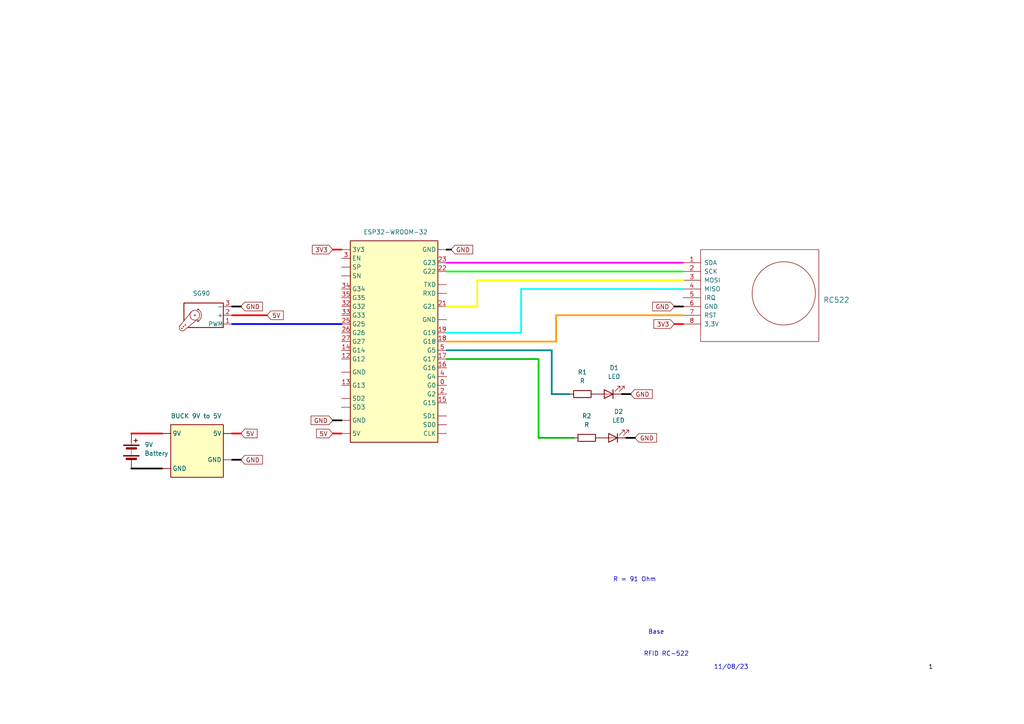
<source format=kicad_sch>
(kicad_sch (version 20230121) (generator eeschema)
  (paper "A4")
  (lib_symbols
    (symbol "Device:Battery" (pin_numbers hide) (pin_names (offset 0) hide)
      (property "Reference" "9V" (at 3.81 1.8415 0))
      (property "Value" "Battery" (at 3.81 -0.6985 0))
      (symbol "Battery_0_1"
        (rectangle (start -2.286 -1.27) (end 2.286 -1.524) (fill (type outline)))
        (rectangle (start -2.286 1.778) (end 2.286 1.524) (fill (type outline)))
        (rectangle (start -1.524 -2.032) (end 1.524 -2.54) (fill (type outline)))
        (rectangle (start -1.524 1.016) (end 1.524 0.508) (fill (type outline)))
        (polyline (pts (xy 0 -1.016) (xy 0 -0.762)))
        (polyline (pts (xy 0 -0.508) (xy 0 -0.254)))
        (polyline (pts (xy 0 0) (xy 0 0.254)))
        (polyline (pts (xy 0 1.778) (xy 0 2.54)))
        (polyline (pts (xy 0.762 3.048) (xy 1.778 3.048)) (stroke (width 0.254)))
        (polyline (pts (xy 1.27 3.556) (xy 1.27 2.54)) (stroke (width 0.254)))
      )
      (symbol "Battery_1_1"
        (pin passive line (at 0 5.08 270) (length 2.54) (name "+") (number "1"))
        (pin passive line (at 0 -5.08 90) (length 2.54) (name "-") (number "2"))
      )
    )
    (symbol "Device:LED" (pin_numbers hide) (pin_names (offset 1.016) hide)
      (property "Reference" "D" (at 0 2.54 0))
      (property "Value" "LED" (at 0 -2.54 0))
      (symbol "LED_0_1"
        (polyline (pts (xy -1.27 -1.27) (xy -1.27 1.27)) (stroke (width 0.254)))
        (polyline (pts (xy -1.27 0) (xy 1.27 0)))
        (polyline (pts (xy 1.27 -1.27) (xy 1.27 1.27) (xy -1.27 0) (xy 1.27 -1.27)) (stroke (width 0.254)))
        (polyline (pts (xy -3.048 -0.762) (xy -4.572 -2.286) (xy -3.81 -2.286) (xy -4.572 -2.286) (xy -4.572 -1.524)))
        (polyline (pts (xy -1.778 -0.762) (xy -3.302 -2.286) (xy -2.54 -2.286) (xy -3.302 -2.286) (xy -3.302 -1.524)))
      )
      (symbol "LED_1_1"
        (pin passive line (at -3.81 0 0) (length 2.54) (name "K") (number "1"))
        (pin passive line (at 3.81 0 180) (length 2.54) (name "A") (number "2"))
      )
    )
    (symbol "Device:R" (pin_numbers hide) (pin_names (offset 0))
      (property "Reference" "R" (at 2.032 0 90))
      (property "Value" "R" (at 0 0 90))
      (symbol "R_0_1"
        (rectangle (start -1.016 -2.54) (end 1.016 2.54) (stroke (width 0.254)))
      )
      (symbol "R_1_1"
        (pin passive line (at 0 3.81 270) (length 1.27) (name "~") (number "1"))
        (pin passive line (at 0 -3.81 90) (length 1.27) (name "~") (number "2"))
      )
    )
    (symbol "Driver_LED:HV9967BK7-G"
      (property "Reference" "U3" (at 2.1941 12.7 0))
      (property "Value" "BUCK 9V to 5V" (at 2.1941 10.16 0))
      (symbol "HV9967BK7-G_0_1"
        (rectangle (start -7.62 7.62) (end 7.62 -7.62) (stroke (width 0.254)) (fill (type background)))
      )
      (symbol "HV9967BK7-G_1_1"
        (pin power_out line (at 10.16 5.08 180) (length 2.54) (name "5V") (number ""))
        (pin power_in line (at -10.16 5.08 0) (length 2.54) (name "9V") (number ""))
        (pin bidirectional line (at -10.16 -5.08 0) (length 2.54) (name "GND") (number ""))
        (pin bidirectional line (at 10.16 -2.54 180) (length 2.54) (name "GND") (number ""))
      )
    )
    (symbol "Motor:Motor_Servo" (pin_names (offset 0.0254))
      (property "Reference" "M" (at -5.08 4.445 0))
      (property "Value" "Motor_Servo" (at -5.08 -4.064 0))
      (symbol "Motor_Servo_0_1"
        (polyline (pts (xy 2.413 -1.778) (xy 2.032 -1.778)))
        (polyline (pts (xy 2.413 -1.778) (xy 2.286 -1.397)))
        (polyline (pts (xy 2.413 1.778) (xy 1.905 1.778)))
        (polyline (pts (xy 2.413 1.778) (xy 2.286 1.397)))
        (polyline (pts (xy 6.35 4.445) (xy 2.54 1.27)))
        (polyline (pts (xy 7.62 3.175) (xy 4.191 -1.016)))
        (polyline (pts (xy 5.08 3.556) (xy -5.08 3.556) (xy -5.08 -3.556) (xy 6.35 -3.556) (xy 6.35 1.524)) (stroke (width 0.254)))
        (arc (start 2.413 1.778) (mid 1.2406 0) (end 2.413 -1.778))
        (circle (center 3.175 0) (radius 0.1778))
        (circle (center 3.175 0) (radius 1.4224))
        (circle (center 5.969 2.794) (radius 0.127))
        (circle (center 6.477 3.302) (radius 0.127))
        (circle (center 6.985 3.81) (radius 0.127))
        (arc (start 7.62 3.175) (mid 7.4485 4.2735) (end 6.35 4.445))
      )
      (symbol "Motor_Servo_1_1"
        (pin passive line (at -7.62 2.54 0) (length 2.54) (name "PWM") (number "1"))
        (pin passive line (at -7.62 0 0) (length 2.54) (name "+") (number "2"))
        (pin passive line (at -7.62 -2.54 0) (length 2.54) (name "-") (number "3"))
      )
    )
    (symbol "RC522:RC522" (pin_names (offset 1.016))
      (property "Reference" "RFID" (at 0 5.08 0))
      (property "Value" "RC522" (at 0 10.16 0))
      (symbol "RC522_0_1"
        (rectangle (start -13.97 30.48) (end 12.7 -3.81))
        (circle (center 0 6.35) (radius 9.1694))
      )
      (symbol "RC522_1_1"
        (pin output line (at 8.89 35.56 270) (length 5.08) (name "SDA") (number "1"))
        (pin output line (at 6.35 35.56 270) (length 5.08) (name "SCK") (number "2"))
        (pin output line (at 3.81 35.56 270) (length 5.08) (name "MOSI") (number "3"))
        (pin output line (at 1.27 35.56 270) (length 5.08) (name "MISO") (number "4"))
        (pin output line (at -1.27 35.56 270) (length 5.08) (name "IRQ") (number "5"))
        (pin power_in line (at -3.81 35.56 270) (length 5.08) (name "GND") (number "6"))
        (pin input line (at -6.35 35.56 270) (length 5.08) (name "RST") (number "7"))
        (pin power_in line (at -8.89 35.56 270) (length 5.08) (name "3,3V") (number "8"))
      )
    )
    (symbol "RF_Module:ESP32-WROOM-32"
      (property "Reference" "U1" (at -1.27 30.48 0))
      (property "Value" "ESP32-WROOM-32" (at -8.89 27.94 0))
      (symbol "ESP32-WROOM-32_0_1"
        (rectangle (start -12.7 25.4) (end 12.7 -33.02) (stroke (width 0.254)) (fill (type background)))
      )
      (symbol "ESP32-WROOM-32_1_1"
        (pin bidirectional line (at -15.24 22.86 0) (length 2.54) (name "3V3") (number ""))
        (pin bidirectional line (at -15.24 -30.48 0) (length 2.54) (name "5V") (number ""))
        (pin bidirectional line (at 15.24 -30.48 180) (length 2.54) (name "CLK") (number ""))
        (pin bidirectional line (at -15.24 -26.67 0) (length 2.54) (name "GND") (number ""))
        (pin bidirectional line (at -15.24 -12.7 0) (length 2.54) (name "GND") (number ""))
        (pin bidirectional line (at 15.24 2.54 180) (length 2.54) (name "GND") (number ""))
        (pin bidirectional line (at 15.24 22.86 180) (length 2.54) (name "GND") (number ""))
        (pin bidirectional line (at 15.24 10.16 180) (length 2.54) (name "RXD") (number ""))
        (pin bidirectional line (at 15.24 -27.94 180) (length 2.54) (name "SD0") (number ""))
        (pin bidirectional line (at 15.24 -25.4 180) (length 2.54) (name "SD1") (number ""))
        (pin bidirectional line (at -15.24 -20.32 0) (length 2.54) (name "SD2") (number ""))
        (pin bidirectional line (at -15.24 -22.86 0) (length 2.54) (name "SD3") (number ""))
        (pin input line (at -15.24 15.24 0) (length 2.54) (name "SN") (number ""))
        (pin input line (at -15.24 17.78 0) (length 2.54) (name "SP") (number ""))
        (pin bidirectional line (at 15.24 12.7 180) (length 2.54) (name "TXD") (number ""))
        (pin bidirectional line (at 15.24 -16.51 180) (length 2.54) (name "G0") (number "0"))
        (pin bidirectional line (at -15.24 -8.89 0) (length 2.54) (name "G12") (number "12"))
        (pin bidirectional line (at -15.24 -16.51 0) (length 2.54) (name "G13") (number "13"))
        (pin bidirectional line (at -15.24 -6.35 0) (length 2.54) (name "G14") (number "14"))
        (pin bidirectional line (at 15.24 -21.59 180) (length 2.54) (name "G15") (number "15"))
        (pin bidirectional line (at 15.24 -11.43 180) (length 2.54) (name "G16") (number "16"))
        (pin bidirectional line (at 15.24 -8.89 180) (length 2.54) (name "G17") (number "17"))
        (pin bidirectional line (at 15.24 -3.81 180) (length 2.54) (name "G18") (number "18"))
        (pin bidirectional line (at 15.24 -1.27 180) (length 2.54) (name "G19") (number "19"))
        (pin bidirectional line (at 15.24 -19.05 180) (length 2.54) (name "G2") (number "2"))
        (pin bidirectional line (at 15.24 6.35 180) (length 2.54) (name "G21") (number "21"))
        (pin bidirectional line (at 15.24 16.51 180) (length 2.54) (name "G22") (number "22"))
        (pin bidirectional line (at 15.24 19.05 180) (length 2.54) (name "G23") (number "23"))
        (pin bidirectional line (at -15.24 1.27 0) (length 2.54) (name "G25") (number "25"))
        (pin bidirectional line (at -15.24 -1.27 0) (length 2.54) (name "G26") (number "26"))
        (pin bidirectional line (at -15.24 -3.81 0) (length 2.54) (name "G27") (number "27"))
        (pin input line (at -15.24 20.32 0) (length 2.54) (name "EN") (number "3"))
        (pin bidirectional line (at -15.24 6.35 0) (length 2.54) (name "G32") (number "32"))
        (pin bidirectional line (at -15.24 3.81 0) (length 2.54) (name "G33") (number "33"))
        (pin input line (at -15.24 11.43 0) (length 2.54) (name "G34") (number "34"))
        (pin input line (at -15.24 8.89 0) (length 2.54) (name "G35") (number "35"))
        (pin bidirectional line (at 15.24 -13.97 180) (length 2.54) (name "G4") (number "4"))
        (pin bidirectional line (at 15.24 -6.35 180) (length 2.54) (name "G5") (number "5"))
      )
    )
  )
  (wire (pts (xy 69.85 125.73) (xy 67.31 125.73)) (stroke (width 0.5) (color 255 0 0 1)))
  (wire (pts (xy 130.81 72.39) (xy 129.54 72.39)) (stroke (width 0.5) (color 0 0 0 1)))
  (wire (pts (xy 96.52 125.73) (xy 99.06 125.73)) (stroke (width 0.5) (color 255 0 0 1)))
  (wire (pts (xy 161.29 91.44) (xy 161.29 99.06)) (stroke (width 0.5) (color 255 153 0 1)))
  (wire (pts (xy 67.31 93.98) (xy 99.06 93.98)) (stroke (width 0.5) (color 0 0 255 1)))
  (wire (pts (xy 96.52 72.39) (xy 99.06 72.39)) (stroke (width 0.5) (color 255 0 0 1)))
  (wire (pts (xy 69.85 133.35) (xy 67.31 133.35)) (stroke (width 0.5) (color 0 0 0 1)))
  (wire (pts (xy 129.54 104.14) (xy 156.21 104.14)) (stroke (width 0.5) (color 0 194 0 1)))
  (wire (pts (xy 161.29 99.06) (xy 129.54 99.06)) (stroke (width 0.5) (color 255 153 0 1)))
  (wire (pts (xy 156.21 104.14) (xy 156.21 127)) (stroke (width 0.5) (color 0 194 0 1)))
  (wire (pts (xy 184.15 127) (xy 181.61 127)) (stroke (width 0.5) (color 0 0 0 1)))
  (wire (pts (xy 138.43 81.28) (xy 138.43 88.9)) (stroke (width 0.5) (color 255 255 0 1)))
  (wire (pts (xy 129.54 78.74) (xy 198.12 78.74)) (stroke (width 0.5) (color 0 255 0 1)))
  (wire (pts (xy 138.43 81.28) (xy 198.12 81.28)) (stroke (width 0.5) (color 255 255 0 1)))
  (wire (pts (xy 160.02 114.3) (xy 165.1 114.3)) (stroke (width 0.5) (color 0 132 132 1)))
  (wire (pts (xy 151.13 96.52) (xy 151.13 83.82)) (stroke (width 0.5) (color 0 255 255 1)))
  (wire (pts (xy 156.21 127) (xy 166.37 127)) (stroke (width 0.5) (color 0 194 0 1)))
  (wire (pts (xy 69.85 88.9) (xy 67.31 88.9)) (stroke (width 0.5) (color 0 0 0 1)))
  (wire (pts (xy 195.58 88.9) (xy 198.12 88.9)) (stroke (width 0.5) (color 0 0 0 1)))
  (wire (pts (xy 160.02 101.6) (xy 160.02 114.3)) (stroke (width 0.5) (color 0 132 132 1)))
  (wire (pts (xy 129.54 76.2) (xy 198.12 76.2)) (stroke (width 0.5) (color 255 0 255 1)))
  (wire (pts (xy 38.1 125.73) (xy 46.99 125.73)) (stroke (width 0.5) (color 255 0 0 1)))
  (wire (pts (xy 96.52 121.92) (xy 99.06 121.92)) (stroke (width 0.5) (color 0 0 0 1)))
  (wire (pts (xy 129.54 101.6) (xy 160.02 101.6)) (stroke (width 0.5) (color 0 132 132 1)))
  (wire (pts (xy 195.58 93.98) (xy 198.12 93.98)) (stroke (width 0.5) (color 255 0 0 1)))
  (wire (pts (xy 161.29 91.44) (xy 198.12 91.44)) (stroke (width 0.5) (color 255 153 0 1)))
  (wire (pts (xy 129.54 88.9) (xy 138.43 88.9)) (stroke (width 0.5) (color 255 255 0 1)))
  (wire (pts (xy 182.88 114.3) (xy 180.34 114.3)) (stroke (width 0.5) (color 0 0 0 1)))
  (wire (pts (xy 38.1 135.89) (xy 46.99 135.89)) (stroke (width 0.5) (color 0 0 0 1)))
  (wire (pts (xy 129.54 96.52) (xy 151.13 96.52)) (stroke (width 0.5) (color 0 255 255 1)))
  (wire (pts (xy 77.47 91.44) (xy 67.31 91.44)) (stroke (width 0.5) (color 255 0 0 1)))
  (wire (pts (xy 151.13 83.82) (xy 198.12 83.82)) (stroke (width 0.5) (color 0 255 255 1)))
  (text "1" (at 269.24 194.31 0) (effects (font (size 1.27 1.27)) (justify left bottom)))
  (text "R = 91 Ohm" (at 177.8 168.91 0) (effects (font (size 1.27 1.27)) (justify left bottom)))
  (text "11/08/23" (at 207.01 194.31 0) (effects (font (size 1.27 1.27)) (justify left bottom)))
  (text "Base" (at 187.96 184.15 0) (effects (font (size 1.27 1.27)) (justify left bottom)))
  (text "RFID RC-522" (at 186.69 190.5 0) (effects (font (size 1.27 1.27)) (justify left bottom)))
  (global_label "3V3" (shape input) (at 195.58 93.98 180) (property "Intersheetrefs" "${INTERSHEET_REFS}" (effects hide)))
  (global_label "GND" (shape input) (at 69.85 88.9 0) (property "Intersheetrefs" "${INTERSHEET_REFS}" (effects hide)))
  (global_label "5V" (shape input) (at 96.52 125.73 180) (property "Intersheetrefs" "${INTERSHEET_REFS}" (effects hide)))
  (global_label "GND" (shape input) (at 130.81 72.39 0) (property "Intersheetrefs" "${INTERSHEET_REFS}" (effects hide)))
  (global_label "5V" (shape input) (at 77.47 91.44 0) (property "Intersheetrefs" "${INTERSHEET_REFS}" (effects hide)))
  (global_label "GND" (shape input) (at 184.15 127 0) (property "Intersheetrefs" "${INTERSHEET_REFS}" (effects hide)))
  (global_label "GND" (shape input) (at 96.52 121.92 180) (property "Intersheetrefs" "${INTERSHEET_REFS}" (effects hide)))
  (global_label "GND" (shape input) (at 69.85 133.35 0) (property "Intersheetrefs" "${INTERSHEET_REFS}" (effects hide)))
  (global_label "3V3" (shape input) (at 96.52 72.39 180) (property "Intersheetrefs" "${INTERSHEET_REFS}" (effects hide)))
  (global_label "GND" (shape input) (at 182.88 114.3 0) (property "Intersheetrefs" "${INTERSHEET_REFS}" (effects hide)))
  (global_label "5V" (shape input) (at 69.85 125.73 0) (property "Intersheetrefs" "${INTERSHEET_REFS}" (effects hide)))
  (global_label "GND" (shape input) (at 195.58 88.9 180) (property "Intersheetrefs" "${INTERSHEET_REFS}" (effects hide)))
  (symbol (lib_id "RF_Module:ESP32-WROOM-32") (at 114.3 95.25 0) (unit 1)
    (property "Reference" "U1" (effects hide))
    (property "Value" "ESP32-WROOM-32" (at 105.41 67.31 0) (effects (justify left)))
    (property "Footprint" "RF_Module:ESP32-WROOM-32" (effects hide))
    (property "Datasheet" "https://www.espressif.com/sites/default/files/documentation/esp32-wroom-32_datasheet_en.pdf" (effects hide))
  )
  (symbol (lib_id "Driver_LED:HV9967BK7-G") (at 57.15 130.81 0) (unit 1)
    (property "Reference" "U3" (effects hide))
    (property "Value" "BUCK 9V to 5V" (at 49.53 120.65 0) (effects (justify left)))
  )
  (symbol (lib_id "Device:R") (at 170.18 127 90) (unit 1)
    (property "Reference" "R2" (at 170.18 120.65 90))
    (property "Value" "R" (at 170.18 123.19 90))
  )
  (symbol (lib_id "Device:R") (at 168.91 114.3 90) (unit 1)
    (property "Reference" "R1" (at 168.91 107.95 90))
    (property "Value" "R" (at 168.91 110.49 90))
  )
  (symbol (lib_id "Device:LED") (at 176.53 114.3 180) (unit 1)
    (property "Reference" "D1" (at 178.1175 106.68 0))
    (property "Value" "LED" (at 178.1175 109.22 0))
  )
  (symbol (lib_id "RC522:RC522") (at 233.68 85.09 90) (unit 1)
    (property "Reference" "RFID1" (effects hide))
    (property "Value" "RC522" (at 238.76 86.995 90) (effects (font (size 1.524 1.524)) (justify right)))
  )
  (symbol (lib_id "Device:LED") (at 177.8 127 180) (unit 1)
    (property "Reference" "D2" (at 179.3875 119.38 0))
    (property "Value" "LED" (at 179.3875 121.92 0))
  )
  (symbol (lib_id "Motor:Motor_Servo") (at 59.69 91.44 180) (unit 1)
    (property "Reference" "M1" (effects hide))
    (property "Value" "SG90" (at 58.4311 85.09 0))
    (property "Datasheet" "http://forums.parallax.com/uploads/attachments/46831/74481.png" (effects hide))
  )
  (symbol (lib_id "Device:Battery") (at 38.1 130.81 0) (unit 1)
    (property "Reference" "9V" (at 41.91 128.9685 0) (effects (justify left)))
    (property "Value" "Battery" (at 41.91 131.5085 0) (effects (justify left)))
  )
)
</source>
